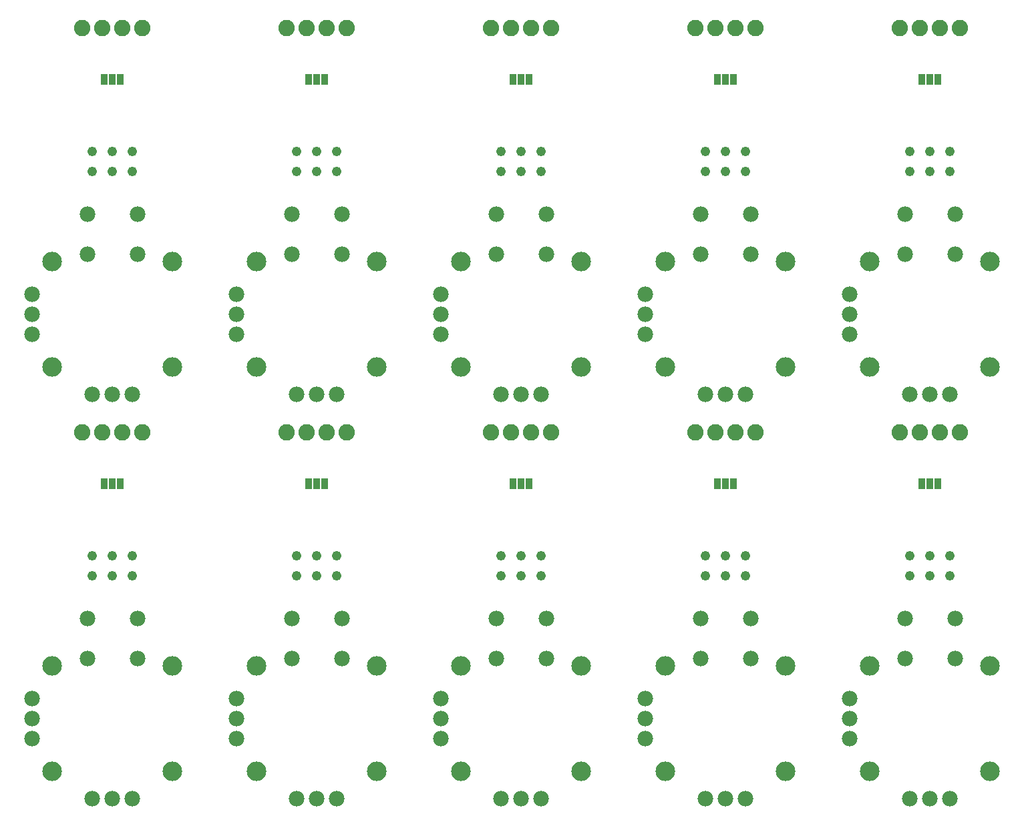
<source format=gbs>
G04 #@! TF.FileFunction,Soldermask,Bot*
%FSLAX46Y46*%
G04 Gerber Fmt 4.6, Leading zero omitted, Abs format (unit mm)*
G04 Created by KiCad (PCBNEW 4.0.6) date 01/19/18 11:08:58*
%MOMM*%
%LPD*%
G01*
G04 APERTURE LIST*
%ADD10C,0.100000*%
%ADD11R,0.838200X1.473200*%
%ADD12C,1.219200*%
%ADD13C,2.082800*%
%ADD14C,1.981200*%
%ADD15C,2.489200*%
G04 APERTURE END LIST*
D10*
D11*
X189992000Y-109423200D03*
X191008000Y-109423200D03*
X192024000Y-109423200D03*
X164084000Y-109423200D03*
X165100000Y-109423200D03*
X166116000Y-109423200D03*
X138176000Y-109423200D03*
X139192000Y-109423200D03*
X140208000Y-109423200D03*
X112268000Y-109423200D03*
X113284000Y-109423200D03*
X114300000Y-109423200D03*
X86360000Y-109423200D03*
X87376000Y-109423200D03*
X88392000Y-109423200D03*
X189992000Y-58115200D03*
X191008000Y-58115200D03*
X192024000Y-58115200D03*
X164084000Y-58115200D03*
X165100000Y-58115200D03*
X166116000Y-58115200D03*
X138176000Y-58115200D03*
X139192000Y-58115200D03*
X140208000Y-58115200D03*
X112268000Y-58115200D03*
X113284000Y-58115200D03*
X114300000Y-58115200D03*
D12*
X193548000Y-118516400D03*
X193548000Y-121056400D03*
X191008000Y-118516400D03*
X191008000Y-121056400D03*
X188468000Y-118516400D03*
X188468000Y-121056400D03*
X167640000Y-118516400D03*
X167640000Y-121056400D03*
X165100000Y-118516400D03*
X165100000Y-121056400D03*
X162560000Y-118516400D03*
X162560000Y-121056400D03*
X141732000Y-118516400D03*
X141732000Y-121056400D03*
X139192000Y-118516400D03*
X139192000Y-121056400D03*
X136652000Y-118516400D03*
X136652000Y-121056400D03*
X115824000Y-118516400D03*
X115824000Y-121056400D03*
X113284000Y-118516400D03*
X113284000Y-121056400D03*
X110744000Y-118516400D03*
X110744000Y-121056400D03*
X89916000Y-118516400D03*
X89916000Y-121056400D03*
X87376000Y-118516400D03*
X87376000Y-121056400D03*
X84836000Y-118516400D03*
X84836000Y-121056400D03*
X193548000Y-67208400D03*
X193548000Y-69748400D03*
X191008000Y-67208400D03*
X191008000Y-69748400D03*
X188468000Y-67208400D03*
X188468000Y-69748400D03*
X167640000Y-67208400D03*
X167640000Y-69748400D03*
X165100000Y-67208400D03*
X165100000Y-69748400D03*
X162560000Y-67208400D03*
X162560000Y-69748400D03*
X141732000Y-67208400D03*
X141732000Y-69748400D03*
X139192000Y-67208400D03*
X139192000Y-69748400D03*
X136652000Y-67208400D03*
X136652000Y-69748400D03*
X115824000Y-67208400D03*
X115824000Y-69748400D03*
X113284000Y-67208400D03*
X113284000Y-69748400D03*
X110744000Y-67208400D03*
X110744000Y-69748400D03*
D13*
X187198000Y-102870000D03*
X189738000Y-102870000D03*
X192278000Y-102870000D03*
X194818000Y-102870000D03*
X161290000Y-102870000D03*
X163830000Y-102870000D03*
X166370000Y-102870000D03*
X168910000Y-102870000D03*
X135382000Y-102870000D03*
X137922000Y-102870000D03*
X140462000Y-102870000D03*
X143002000Y-102870000D03*
X109474000Y-102870000D03*
X112014000Y-102870000D03*
X114554000Y-102870000D03*
X117094000Y-102870000D03*
X83566000Y-102870000D03*
X86106000Y-102870000D03*
X88646000Y-102870000D03*
X91186000Y-102870000D03*
X187198000Y-51562000D03*
X189738000Y-51562000D03*
X192278000Y-51562000D03*
X194818000Y-51562000D03*
X161290000Y-51562000D03*
X163830000Y-51562000D03*
X166370000Y-51562000D03*
X168910000Y-51562000D03*
X135382000Y-51562000D03*
X137922000Y-51562000D03*
X140462000Y-51562000D03*
X143002000Y-51562000D03*
X109474000Y-51562000D03*
X112014000Y-51562000D03*
X114554000Y-51562000D03*
X117094000Y-51562000D03*
D14*
X187833000Y-126492000D03*
X194183000Y-126492000D03*
X187833000Y-131572000D03*
X194183000Y-131572000D03*
X188468000Y-149352000D03*
X191008000Y-149352000D03*
X193548000Y-149352000D03*
D15*
X183388000Y-132524500D03*
X183388000Y-145859500D03*
X198628000Y-145859500D03*
X198628000Y-132524500D03*
D14*
X180848000Y-136652000D03*
X180848000Y-139192000D03*
X180848000Y-141732000D03*
X161925000Y-126492000D03*
X168275000Y-126492000D03*
X161925000Y-131572000D03*
X168275000Y-131572000D03*
X162560000Y-149352000D03*
X165100000Y-149352000D03*
X167640000Y-149352000D03*
D15*
X157480000Y-132524500D03*
X157480000Y-145859500D03*
X172720000Y-145859500D03*
X172720000Y-132524500D03*
D14*
X154940000Y-136652000D03*
X154940000Y-139192000D03*
X154940000Y-141732000D03*
X136017000Y-126492000D03*
X142367000Y-126492000D03*
X136017000Y-131572000D03*
X142367000Y-131572000D03*
X136652000Y-149352000D03*
X139192000Y-149352000D03*
X141732000Y-149352000D03*
D15*
X131572000Y-132524500D03*
X131572000Y-145859500D03*
X146812000Y-145859500D03*
X146812000Y-132524500D03*
D14*
X129032000Y-136652000D03*
X129032000Y-139192000D03*
X129032000Y-141732000D03*
X110109000Y-126492000D03*
X116459000Y-126492000D03*
X110109000Y-131572000D03*
X116459000Y-131572000D03*
X110744000Y-149352000D03*
X113284000Y-149352000D03*
X115824000Y-149352000D03*
D15*
X105664000Y-132524500D03*
X105664000Y-145859500D03*
X120904000Y-145859500D03*
X120904000Y-132524500D03*
D14*
X103124000Y-136652000D03*
X103124000Y-139192000D03*
X103124000Y-141732000D03*
X84201000Y-126492000D03*
X90551000Y-126492000D03*
X84201000Y-131572000D03*
X90551000Y-131572000D03*
X84836000Y-149352000D03*
X87376000Y-149352000D03*
X89916000Y-149352000D03*
D15*
X79756000Y-132524500D03*
X79756000Y-145859500D03*
X94996000Y-145859500D03*
X94996000Y-132524500D03*
D14*
X77216000Y-136652000D03*
X77216000Y-139192000D03*
X77216000Y-141732000D03*
X187833000Y-75184000D03*
X194183000Y-75184000D03*
X187833000Y-80264000D03*
X194183000Y-80264000D03*
X188468000Y-98044000D03*
X191008000Y-98044000D03*
X193548000Y-98044000D03*
D15*
X183388000Y-81216500D03*
X183388000Y-94551500D03*
X198628000Y-94551500D03*
X198628000Y-81216500D03*
D14*
X180848000Y-85344000D03*
X180848000Y-87884000D03*
X180848000Y-90424000D03*
X161925000Y-75184000D03*
X168275000Y-75184000D03*
X161925000Y-80264000D03*
X168275000Y-80264000D03*
X162560000Y-98044000D03*
X165100000Y-98044000D03*
X167640000Y-98044000D03*
D15*
X157480000Y-81216500D03*
X157480000Y-94551500D03*
X172720000Y-94551500D03*
X172720000Y-81216500D03*
D14*
X154940000Y-85344000D03*
X154940000Y-87884000D03*
X154940000Y-90424000D03*
X136017000Y-75184000D03*
X142367000Y-75184000D03*
X136017000Y-80264000D03*
X142367000Y-80264000D03*
X136652000Y-98044000D03*
X139192000Y-98044000D03*
X141732000Y-98044000D03*
D15*
X131572000Y-81216500D03*
X131572000Y-94551500D03*
X146812000Y-94551500D03*
X146812000Y-81216500D03*
D14*
X129032000Y-85344000D03*
X129032000Y-87884000D03*
X129032000Y-90424000D03*
X110109000Y-75184000D03*
X116459000Y-75184000D03*
X110109000Y-80264000D03*
X116459000Y-80264000D03*
X110744000Y-98044000D03*
X113284000Y-98044000D03*
X115824000Y-98044000D03*
D15*
X105664000Y-81216500D03*
X105664000Y-94551500D03*
X120904000Y-94551500D03*
X120904000Y-81216500D03*
D14*
X103124000Y-85344000D03*
X103124000Y-87884000D03*
X103124000Y-90424000D03*
D13*
X83566000Y-51562000D03*
X86106000Y-51562000D03*
X88646000Y-51562000D03*
X91186000Y-51562000D03*
D12*
X89916000Y-67208400D03*
X89916000Y-69748400D03*
X87376000Y-67208400D03*
X87376000Y-69748400D03*
X84836000Y-67208400D03*
X84836000Y-69748400D03*
D14*
X84201000Y-75184000D03*
X90551000Y-75184000D03*
X84201000Y-80264000D03*
X90551000Y-80264000D03*
X84836000Y-98044000D03*
X87376000Y-98044000D03*
X89916000Y-98044000D03*
D15*
X79756000Y-81216500D03*
X79756000Y-94551500D03*
X94996000Y-94551500D03*
X94996000Y-81216500D03*
D14*
X77216000Y-85344000D03*
X77216000Y-87884000D03*
X77216000Y-90424000D03*
D11*
X86360000Y-58115200D03*
X87376000Y-58115200D03*
X88392000Y-58115200D03*
M02*

</source>
